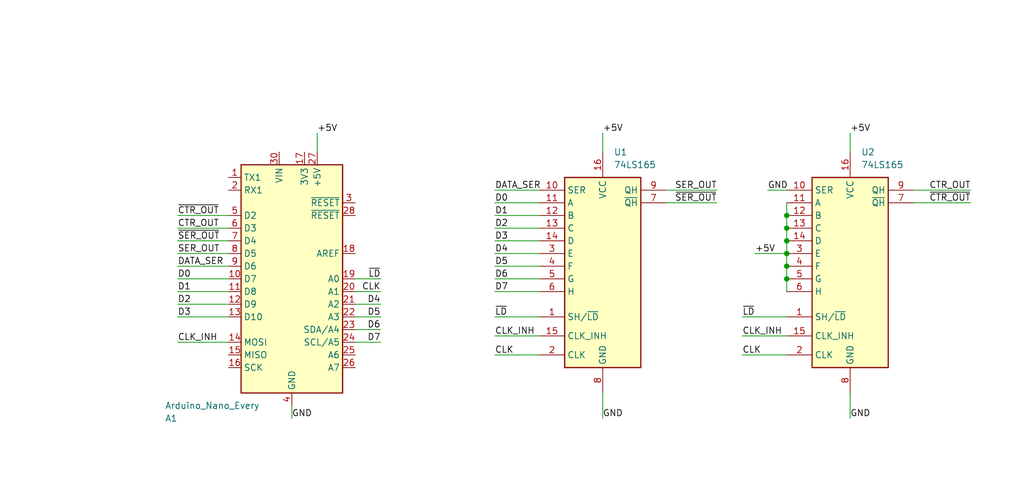
<source format=kicad_sch>
(kicad_sch (version 20230121) (generator eeschema)
  (paper "User" 205.003 99.9998)
  (title_block (title "SPI transmit"))
  (lib_symbols
    (symbol "74LS165:74LS165"
      (property "Reference" "U" (at -7.62 19.05 0))
      (property "Value" "74LS165" (at -7.62 -21.59 0))
      (symbol "74LS165_1_0"
        (pin input line (at -12.7 -10.16 0) (length 5.08) (name "SH/~{LD}") (number "1"))
        (pin input line (at -12.7 15.24 0) (length 5.08) (name "SER") (number "10"))
        (pin input line (at -12.7 12.7 0) (length 5.08) (name "A") (number "11"))
        (pin input line (at -12.7 10.16 0) (length 5.08) (name "B") (number "12"))
        (pin input line (at -12.7 7.62 0) (length 5.08) (name "C") (number "13"))
        (pin input line (at -12.7 5.08 0) (length 5.08) (name "D") (number "14"))
        (pin input line (at -12.7 -13.97 0) (length 5.08) (name "CLK_INH") (number "15"))
        (pin power_in line (at 0 22.86 270) (length 5.08) (name "VCC") (number "16"))
        (pin input line (at -12.7 -17.78 0) (length 5.08) (name "CLK") (number "2"))
        (pin input line (at -12.7 2.54 0) (length 5.08) (name "E") (number "3"))
        (pin input line (at -12.7 0 0) (length 5.08) (name "F") (number "4"))
        (pin input line (at -12.7 -2.54 0) (length 5.08) (name "G") (number "5"))
        (pin input line (at -12.7 -5.08 0) (length 5.08) (name "H") (number "6"))
        (pin output line (at 12.7 12.7 180) (length 5.08) (name "~{QH}") (number "7"))
        (pin power_in line (at 0 -25.4 90) (length 5.08) (name "GND") (number "8"))
        (pin output line (at 12.7 15.24 180) (length 5.08) (name "QH") (number "9"))
      )
      (symbol "74LS165_1_1"
        (rectangle (start -7.62 17.78) (end 7.62 -20.32) (stroke (width 0.254)) (fill (type background)))
      )
    )
    (symbol "MCU_Module:Arduino_Nano_Every"
      (property "Reference" "A" (at -10.16 23.495 0))
      (property "Value" "Arduino_Nano_Every" (at 5.08 -24.13 0))
      (symbol "Arduino_Nano_Every_0_1"
        (rectangle (start -10.16 22.86) (end 10.16 -22.86) (stroke (width 0.254)) (fill (type background)))
      )
      (symbol "Arduino_Nano_Every_1_1"
        (pin bidirectional line (at -12.7 20.32 0) (length 2.54) (name "TX1") (number "1"))
        (pin bidirectional line (at -12.7 0 0) (length 2.54) (name "D7") (number "10"))
        (pin bidirectional line (at -12.7 -2.54 0) (length 2.54) (name "D8") (number "11"))
        (pin bidirectional line (at -12.7 -5.08 0) (length 2.54) (name "D9") (number "12"))
        (pin bidirectional line (at -12.7 -7.62 0) (length 2.54) (name "D10") (number "13"))
        (pin bidirectional line (at -12.7 -12.7 0) (length 2.54) (name "MOSI") (number "14"))
        (pin bidirectional line (at -12.7 -15.24 0) (length 2.54) (name "MISO") (number "15"))
        (pin bidirectional line (at -12.7 -17.78 0) (length 2.54) (name "SCK") (number "16"))
        (pin power_out line (at 2.54 25.4 270) (length 2.54) (name "3V3") (number "17"))
        (pin input line (at 12.7 5.08 180) (length 2.54) (name "AREF") (number "18"))
        (pin bidirectional line (at 12.7 0 180) (length 2.54) (name "A0") (number "19"))
        (pin bidirectional line (at -12.7 17.78 0) (length 2.54) (name "RX1") (number "2"))
        (pin bidirectional line (at 12.7 -2.54 180) (length 2.54) (name "A1") (number "20"))
        (pin bidirectional line (at 12.7 -5.08 180) (length 2.54) (name "A2") (number "21"))
        (pin bidirectional line (at 12.7 -7.62 180) (length 2.54) (name "A3") (number "22"))
        (pin bidirectional line (at 12.7 -10.16 180) (length 2.54) (name "SDA/A4") (number "23"))
        (pin bidirectional line (at 12.7 -12.7 180) (length 2.54) (name "SCL/A5") (number "24"))
        (pin bidirectional line (at 12.7 -15.24 180) (length 2.54) (name "A6") (number "25"))
        (pin bidirectional line (at 12.7 -17.78 180) (length 2.54) (name "A7") (number "26"))
        (pin power_out line (at 5.08 25.4 270) (length 2.54) (name "+5V") (number "27"))
        (pin input line (at 12.7 12.7 180) (length 2.54) (name "~{RESET}") (number "28"))
        (pin passive line (at 0 -25.4 90) (length 2.54) hide (name "GND") (number "29"))
        (pin input line (at 12.7 15.24 180) (length 2.54) (name "~{RESET}") (number "3"))
        (pin power_in line (at -2.54 25.4 270) (length 2.54) (name "VIN") (number "30"))
        (pin power_in line (at 0 -25.4 90) (length 2.54) (name "GND") (number "4"))
        (pin bidirectional line (at -12.7 12.7 0) (length 2.54) (name "D2") (number "5"))
        (pin bidirectional line (at -12.7 10.16 0) (length 2.54) (name "D3") (number "6"))
        (pin bidirectional line (at -12.7 7.62 0) (length 2.54) (name "D4") (number "7"))
        (pin bidirectional line (at -12.7 5.08 0) (length 2.54) (name "D5") (number "8"))
        (pin bidirectional line (at -12.7 2.54 0) (length 2.54) (name "D6") (number "9"))
      )
    )
  )
  (junction (at 157.48 53.34))
  (junction (at 157.48 43.18))
  (junction (at 157.48 50.8))
  (junction (at 157.48 45.72))
  (junction (at 157.48 48.26))
  (junction (at 157.48 55.88))
  (wire (pts (xy 99.06 55.88) (xy 107.95 55.88)))
  (wire (pts (xy 148.59 67.31) (xy 157.48 67.31)))
  (wire (pts (xy 35.56 45.72) (xy 45.72 45.72)))
  (wire (pts (xy 99.06 71.12) (xy 107.95 71.12)))
  (wire (pts (xy 71.12 68.58) (xy 76.2 68.58)))
  (wire (pts (xy 157.48 55.88) (xy 157.48 58.42)))
  (wire (pts (xy 35.56 68.58) (xy 45.72 68.58)))
  (wire (pts (xy 63.5 30.48) (xy 63.5 26.67)))
  (wire (pts (xy 133.35 38.1) (xy 143.51 38.1)))
  (wire (pts (xy 151.13 50.8) (xy 157.48 50.8)))
  (wire (pts (xy 157.48 40.64) (xy 157.48 43.18)))
  (wire (pts (xy 35.56 63.5) (xy 45.72 63.5)))
  (wire (pts (xy 182.88 40.64) (xy 194.31 40.64)))
  (wire (pts (xy 71.12 60.96) (xy 76.2 60.96)))
  (wire (pts (xy 157.48 43.18) (xy 157.48 45.72)))
  (wire (pts (xy 99.06 63.5) (xy 107.95 63.5)))
  (wire (pts (xy 71.12 63.5) (xy 76.2 63.5)))
  (wire (pts (xy 35.56 43.18) (xy 45.72 43.18)))
  (wire (pts (xy 71.12 55.88) (xy 76.2 55.88)))
  (wire (pts (xy 35.56 55.88) (xy 45.72 55.88)))
  (wire (pts (xy 99.06 67.31) (xy 107.95 67.31)))
  (wire (pts (xy 157.48 50.8) (xy 157.48 53.34)))
  (wire (pts (xy 170.18 83.82) (xy 170.18 78.74)))
  (wire (pts (xy 58.42 83.82) (xy 58.42 81.28)))
  (wire (pts (xy 182.88 38.1) (xy 194.31 38.1)))
  (wire (pts (xy 153.67 38.1) (xy 157.48 38.1)))
  (wire (pts (xy 35.56 50.8) (xy 45.72 50.8)))
  (wire (pts (xy 133.35 40.64) (xy 143.51 40.64)))
  (wire (pts (xy 99.06 43.18) (xy 107.95 43.18)))
  (wire (pts (xy 157.48 71.12) (xy 148.59 71.12)))
  (wire (pts (xy 35.56 58.42) (xy 45.72 58.42)))
  (wire (pts (xy 148.59 63.5) (xy 157.48 63.5)))
  (wire (pts (xy 120.65 83.82) (xy 120.65 78.74)))
  (wire (pts (xy 71.12 66.04) (xy 76.2 66.04)))
  (wire (pts (xy 157.48 45.72) (xy 157.48 48.26)))
  (wire (pts (xy 157.48 48.26) (xy 157.48 50.8)))
  (wire (pts (xy 99.06 58.42) (xy 107.95 58.42)))
  (wire (pts (xy 99.06 38.1) (xy 107.95 38.1)))
  (wire (pts (xy 170.18 26.67) (xy 170.18 30.48)))
  (wire (pts (xy 99.06 45.72) (xy 107.95 45.72)))
  (wire (pts (xy 35.56 48.26) (xy 45.72 48.26)))
  (wire (pts (xy 35.56 53.34) (xy 45.72 53.34)))
  (wire (pts (xy 157.48 53.34) (xy 157.48 55.88)))
  (wire (pts (xy 99.06 48.26) (xy 107.95 48.26)))
  (wire (pts (xy 99.06 53.34) (xy 107.95 53.34)))
  (wire (pts (xy 35.56 60.96) (xy 45.72 60.96)))
  (wire (pts (xy 120.65 26.67) (xy 120.65 30.48)))
  (wire (pts (xy 99.06 40.64) (xy 107.95 40.64)))
  (wire (pts (xy 99.06 50.8) (xy 107.95 50.8)))
  (wire (pts (xy 71.12 58.42) (xy 76.2 58.42)))
  (label "D0" (at 99.06 40.64 0))
  (label "CLK" (at 148.59 71.12 0))
  (label "GND" (at 120.65 83.82 0))
  (label "~{LD}" (at 99.06 63.5 0))
  (label "~{CTR_OUT}" (at 35.56 43.18 0))
  (label "CLK_INH" (at 35.56 68.58 0))
  (label "D3" (at 35.56 63.5 0))
  (label "GND" (at 153.67 38.1 0))
  (label "~{LD}" (at 148.59 63.5 0))
  (label "~{SER_OUT}" (at 35.56 48.26 0))
  (label "D5" (at 76.2 63.5 180))
  (label "D4" (at 76.2 60.96 180))
  (label "CLK" (at 76.2 58.42 180))
  (label "SER_OUT" (at 35.56 50.8 0))
  (label "D1" (at 35.56 58.42 0))
  (label "+5V" (at 63.5 26.67 0))
  (label "D4" (at 99.06 50.8 0))
  (label "CLK_INH" (at 148.59 67.31 0))
  (label "D7" (at 99.06 58.42 0))
  (label "+5V" (at 151.13 50.8 0))
  (label "GND" (at 170.18 83.82 0))
  (label "+5V" (at 120.65 26.67 0))
  (label "D6" (at 76.2 66.04 180))
  (label "~{CTR_OUT}" (at 194.31 40.64 180))
  (label "SER_OUT" (at 143.51 38.1 180))
  (label "DATA_SER" (at 35.56 53.34 0))
  (label "D0" (at 35.56 55.88 0))
  (label "D2" (at 99.06 45.72 0))
  (label "D6" (at 99.06 55.88 0))
  (label "CTR_OUT" (at 194.31 38.1 180))
  (label "~{LD}" (at 76.2 55.88 180))
  (label "CTR_OUT" (at 35.56 45.72 0))
  (label "D2" (at 35.56 60.96 0))
  (label "D1" (at 99.06 43.18 0))
  (label "~{SER_OUT}" (at 143.51 40.64 180))
  (label "CLK_INH" (at 99.06 67.31 0))
  (label "D5" (at 99.06 53.34 0))
  (label "GND" (at 58.42 83.82 0))
  (label "D7" (at 76.2 68.58 180))
  (label "+5V" (at 170.18 26.67 0))
  (label "DATA_SER" (at 99.06 38.1 0))
  (label "CLK" (at 99.06 71.12 0))
  (label "D3" (at 99.06 48.26 0))
  (symbol (lib_id "MCU_Module:Arduino_Nano_Every") (at 58.42 55.88 0) (unit 1)
    (property "Reference" "A1" (at 33.02 83.82 0) (effects (justify left)))
    (property "Value" "Arduino_Nano_Every" (at 33.02 81.28 0) (effects (justify left)))
    (property "Footprint" "Module:Arduino_Nano" (effects hide))
    (property "Datasheet" "https://content.arduino.cc/assets/NANOEveryV3.0_sch.pdf" (effects hide))
  )
  (symbol (lib_id "74LS165:74LS165") (at 120.65 53.34 0) (unit 1)
    (property "Reference" "U1" (at 122.8441 30.48 0) (effects (justify left)))
    (property "Value" "74LS165" (at 122.8441 33.02 0) (effects (justify left)))
    (property "Datasheet" "https://www.ti.com/lit/ds/symlink/sn74ls165a.pdf" (effects hide))
  )
  (symbol (lib_id "74LS165:74LS165") (at 170.18 53.34 0) (unit 1)
    (property "Reference" "U2" (at 172.3741 30.48 0) (effects (justify left)))
    (property "Value" "74LS165" (at 172.3741 33.02 0) (effects (justify left)))
    (property "Datasheet" "https://www.ti.com/lit/ds/symlink/sn74ls165a.pdf" (effects hide))
  )
)
</source>
